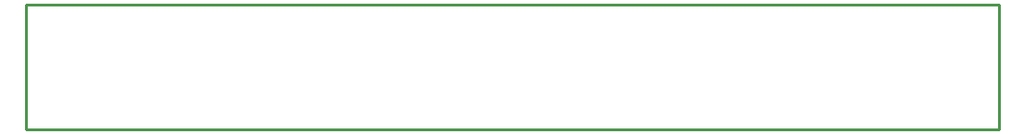
<source format=gbr>
G04 start of page 4 for group 2 idx 2 *
G04 Title: (unknown), outline *
G04 Creator: pcb 20140316 *
G04 CreationDate: Tue 15 Jan 2019 03:59:46 AM GMT UTC *
G04 For: railfan *
G04 Format: Gerber/RS-274X *
G04 PCB-Dimensions (mil): 3500.00 450.00 *
G04 PCB-Coordinate-Origin: lower left *
%MOIN*%
%FSLAX25Y25*%
%LNOUTLINE*%
%ADD26C,0.0100*%
G54D26*X0Y0D02*X350000D01*
Y45000D01*
X0D01*
Y0D01*
M02*

</source>
